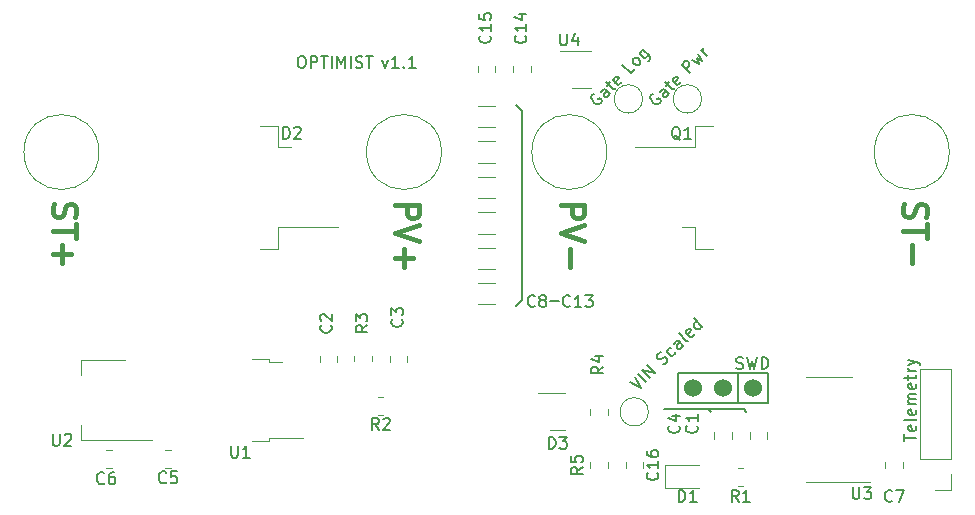
<source format=gbr>
%TF.GenerationSoftware,KiCad,Pcbnew,6.99.0-unknown-c34fb494b1~148~ubuntu20.04.1*%
%TF.CreationDate,2022-06-23T00:09:44+02:00*%
%TF.ProjectId,optimizer,6f707469-6d69-47a6-9572-2e6b69636164,rev?*%
%TF.SameCoordinates,Original*%
%TF.FileFunction,Legend,Top*%
%TF.FilePolarity,Positive*%
%FSLAX46Y46*%
G04 Gerber Fmt 4.6, Leading zero omitted, Abs format (unit mm)*
G04 Created by KiCad (PCBNEW 6.99.0-unknown-c34fb494b1~148~ubuntu20.04.1) date 2022-06-23 00:09:44*
%MOMM*%
%LPD*%
G01*
G04 APERTURE LIST*
%ADD10C,0.150000*%
%ADD11C,0.400000*%
%ADD12C,0.120000*%
%ADD13C,1.524000*%
G04 APERTURE END LIST*
D10*
X161375000Y-127650000D02*
X162125000Y-127650000D01*
X171000000Y-136750000D02*
X177750000Y-136750000D01*
X158500000Y-111000000D02*
X159000000Y-111500000D01*
X177750000Y-136750000D02*
X178000000Y-137000000D01*
X159000000Y-127500000D02*
X159000000Y-111500000D01*
X158500000Y-128000000D02*
X159000000Y-127500000D01*
X174750000Y-136750000D02*
X175000000Y-137000000D01*
X140247619Y-106867380D02*
X140438095Y-106867380D01*
X140438095Y-106867380D02*
X140533333Y-106915000D01*
X140533333Y-106915000D02*
X140628571Y-107010238D01*
X140628571Y-107010238D02*
X140676190Y-107200714D01*
X140676190Y-107200714D02*
X140676190Y-107534047D01*
X140676190Y-107534047D02*
X140628571Y-107724523D01*
X140628571Y-107724523D02*
X140533333Y-107819761D01*
X140533333Y-107819761D02*
X140438095Y-107867380D01*
X140438095Y-107867380D02*
X140247619Y-107867380D01*
X140247619Y-107867380D02*
X140152381Y-107819761D01*
X140152381Y-107819761D02*
X140057143Y-107724523D01*
X140057143Y-107724523D02*
X140009524Y-107534047D01*
X140009524Y-107534047D02*
X140009524Y-107200714D01*
X140009524Y-107200714D02*
X140057143Y-107010238D01*
X140057143Y-107010238D02*
X140152381Y-106915000D01*
X140152381Y-106915000D02*
X140247619Y-106867380D01*
X141104762Y-107867380D02*
X141104762Y-106867380D01*
X141104762Y-106867380D02*
X141485714Y-106867380D01*
X141485714Y-106867380D02*
X141580952Y-106915000D01*
X141580952Y-106915000D02*
X141628571Y-106962619D01*
X141628571Y-106962619D02*
X141676190Y-107057857D01*
X141676190Y-107057857D02*
X141676190Y-107200714D01*
X141676190Y-107200714D02*
X141628571Y-107295952D01*
X141628571Y-107295952D02*
X141580952Y-107343571D01*
X141580952Y-107343571D02*
X141485714Y-107391190D01*
X141485714Y-107391190D02*
X141104762Y-107391190D01*
X141961905Y-106867380D02*
X142533333Y-106867380D01*
X142247619Y-107867380D02*
X142247619Y-106867380D01*
X142866667Y-107867380D02*
X142866667Y-106867380D01*
X143342857Y-107867380D02*
X143342857Y-106867380D01*
X143342857Y-106867380D02*
X143676190Y-107581666D01*
X143676190Y-107581666D02*
X144009523Y-106867380D01*
X144009523Y-106867380D02*
X144009523Y-107867380D01*
X144485714Y-107867380D02*
X144485714Y-106867380D01*
X144914285Y-107819761D02*
X145057142Y-107867380D01*
X145057142Y-107867380D02*
X145295237Y-107867380D01*
X145295237Y-107867380D02*
X145390475Y-107819761D01*
X145390475Y-107819761D02*
X145438094Y-107772142D01*
X145438094Y-107772142D02*
X145485713Y-107676904D01*
X145485713Y-107676904D02*
X145485713Y-107581666D01*
X145485713Y-107581666D02*
X145438094Y-107486428D01*
X145438094Y-107486428D02*
X145390475Y-107438809D01*
X145390475Y-107438809D02*
X145295237Y-107391190D01*
X145295237Y-107391190D02*
X145104761Y-107343571D01*
X145104761Y-107343571D02*
X145009523Y-107295952D01*
X145009523Y-107295952D02*
X144961904Y-107248333D01*
X144961904Y-107248333D02*
X144914285Y-107153095D01*
X144914285Y-107153095D02*
X144914285Y-107057857D01*
X144914285Y-107057857D02*
X144961904Y-106962619D01*
X144961904Y-106962619D02*
X145009523Y-106915000D01*
X145009523Y-106915000D02*
X145104761Y-106867380D01*
X145104761Y-106867380D02*
X145342856Y-106867380D01*
X145342856Y-106867380D02*
X145485713Y-106915000D01*
X145771428Y-106867380D02*
X146342856Y-106867380D01*
X146057142Y-107867380D02*
X146057142Y-106867380D01*
X147180952Y-107200714D02*
X147419047Y-107867380D01*
X147419047Y-107867380D02*
X147657142Y-107200714D01*
X148561904Y-107867380D02*
X147990476Y-107867380D01*
X148276190Y-107867380D02*
X148276190Y-106867380D01*
X148276190Y-106867380D02*
X148180952Y-107010238D01*
X148180952Y-107010238D02*
X148085714Y-107105476D01*
X148085714Y-107105476D02*
X147990476Y-107153095D01*
X148990476Y-107772142D02*
X149038095Y-107819761D01*
X149038095Y-107819761D02*
X148990476Y-107867380D01*
X148990476Y-107867380D02*
X148942857Y-107819761D01*
X148942857Y-107819761D02*
X148990476Y-107772142D01*
X148990476Y-107772142D02*
X148990476Y-107867380D01*
X149990475Y-107867380D02*
X149419047Y-107867380D01*
X149704761Y-107867380D02*
X149704761Y-106867380D01*
X149704761Y-106867380D02*
X149609523Y-107010238D01*
X149609523Y-107010238D02*
X149514285Y-107105476D01*
X149514285Y-107105476D02*
X149419047Y-107153095D01*
%TO.C,U4*%
X162238095Y-104967380D02*
X162238095Y-105776904D01*
X162238095Y-105776904D02*
X162285714Y-105872142D01*
X162285714Y-105872142D02*
X162333333Y-105919761D01*
X162333333Y-105919761D02*
X162428571Y-105967380D01*
X162428571Y-105967380D02*
X162619047Y-105967380D01*
X162619047Y-105967380D02*
X162714285Y-105919761D01*
X162714285Y-105919761D02*
X162761904Y-105872142D01*
X162761904Y-105872142D02*
X162809523Y-105776904D01*
X162809523Y-105776904D02*
X162809523Y-104967380D01*
X163714285Y-105300714D02*
X163714285Y-105967380D01*
X163476190Y-104919761D02*
X163238095Y-105634047D01*
X163238095Y-105634047D02*
X163857142Y-105634047D01*
%TO.C,C8*%
X160083333Y-128022142D02*
X160035714Y-128069761D01*
X160035714Y-128069761D02*
X159892857Y-128117380D01*
X159892857Y-128117380D02*
X159797619Y-128117380D01*
X159797619Y-128117380D02*
X159654762Y-128069761D01*
X159654762Y-128069761D02*
X159559524Y-127974523D01*
X159559524Y-127974523D02*
X159511905Y-127879285D01*
X159511905Y-127879285D02*
X159464286Y-127688809D01*
X159464286Y-127688809D02*
X159464286Y-127545952D01*
X159464286Y-127545952D02*
X159511905Y-127355476D01*
X159511905Y-127355476D02*
X159559524Y-127260238D01*
X159559524Y-127260238D02*
X159654762Y-127165000D01*
X159654762Y-127165000D02*
X159797619Y-127117380D01*
X159797619Y-127117380D02*
X159892857Y-127117380D01*
X159892857Y-127117380D02*
X160035714Y-127165000D01*
X160035714Y-127165000D02*
X160083333Y-127212619D01*
X160654762Y-127545952D02*
X160559524Y-127498333D01*
X160559524Y-127498333D02*
X160511905Y-127450714D01*
X160511905Y-127450714D02*
X160464286Y-127355476D01*
X160464286Y-127355476D02*
X160464286Y-127307857D01*
X160464286Y-127307857D02*
X160511905Y-127212619D01*
X160511905Y-127212619D02*
X160559524Y-127165000D01*
X160559524Y-127165000D02*
X160654762Y-127117380D01*
X160654762Y-127117380D02*
X160845238Y-127117380D01*
X160845238Y-127117380D02*
X160940476Y-127165000D01*
X160940476Y-127165000D02*
X160988095Y-127212619D01*
X160988095Y-127212619D02*
X161035714Y-127307857D01*
X161035714Y-127307857D02*
X161035714Y-127355476D01*
X161035714Y-127355476D02*
X160988095Y-127450714D01*
X160988095Y-127450714D02*
X160940476Y-127498333D01*
X160940476Y-127498333D02*
X160845238Y-127545952D01*
X160845238Y-127545952D02*
X160654762Y-127545952D01*
X160654762Y-127545952D02*
X160559524Y-127593571D01*
X160559524Y-127593571D02*
X160511905Y-127641190D01*
X160511905Y-127641190D02*
X160464286Y-127736428D01*
X160464286Y-127736428D02*
X160464286Y-127926904D01*
X160464286Y-127926904D02*
X160511905Y-128022142D01*
X160511905Y-128022142D02*
X160559524Y-128069761D01*
X160559524Y-128069761D02*
X160654762Y-128117380D01*
X160654762Y-128117380D02*
X160845238Y-128117380D01*
X160845238Y-128117380D02*
X160940476Y-128069761D01*
X160940476Y-128069761D02*
X160988095Y-128022142D01*
X160988095Y-128022142D02*
X161035714Y-127926904D01*
X161035714Y-127926904D02*
X161035714Y-127736428D01*
X161035714Y-127736428D02*
X160988095Y-127641190D01*
X160988095Y-127641190D02*
X160940476Y-127593571D01*
X160940476Y-127593571D02*
X160845238Y-127545952D01*
%TO.C,C1*%
X173772142Y-138166666D02*
X173819761Y-138214285D01*
X173819761Y-138214285D02*
X173867380Y-138357142D01*
X173867380Y-138357142D02*
X173867380Y-138452380D01*
X173867380Y-138452380D02*
X173819761Y-138595237D01*
X173819761Y-138595237D02*
X173724523Y-138690475D01*
X173724523Y-138690475D02*
X173629285Y-138738094D01*
X173629285Y-138738094D02*
X173438809Y-138785713D01*
X173438809Y-138785713D02*
X173295952Y-138785713D01*
X173295952Y-138785713D02*
X173105476Y-138738094D01*
X173105476Y-138738094D02*
X173010238Y-138690475D01*
X173010238Y-138690475D02*
X172915000Y-138595237D01*
X172915000Y-138595237D02*
X172867380Y-138452380D01*
X172867380Y-138452380D02*
X172867380Y-138357142D01*
X172867380Y-138357142D02*
X172915000Y-138214285D01*
X172915000Y-138214285D02*
X172962619Y-138166666D01*
X173867380Y-137214285D02*
X173867380Y-137785713D01*
X173867380Y-137499999D02*
X172867380Y-137499999D01*
X172867380Y-137499999D02*
X173010238Y-137595237D01*
X173010238Y-137595237D02*
X173105476Y-137690475D01*
X173105476Y-137690475D02*
X173153095Y-137785713D01*
%TO.C,R3*%
X145904880Y-129666666D02*
X145428690Y-129999999D01*
X145904880Y-130238094D02*
X144904880Y-130238094D01*
X144904880Y-130238094D02*
X144904880Y-129857142D01*
X144904880Y-129857142D02*
X144952500Y-129761904D01*
X144952500Y-129761904D02*
X145000119Y-129714285D01*
X145000119Y-129714285D02*
X145095357Y-129666666D01*
X145095357Y-129666666D02*
X145238214Y-129666666D01*
X145238214Y-129666666D02*
X145333452Y-129714285D01*
X145333452Y-129714285D02*
X145381071Y-129761904D01*
X145381071Y-129761904D02*
X145428690Y-129857142D01*
X145428690Y-129857142D02*
X145428690Y-130238094D01*
X144904880Y-129333332D02*
X144904880Y-128714285D01*
X144904880Y-128714285D02*
X145285833Y-129047618D01*
X145285833Y-129047618D02*
X145285833Y-128904761D01*
X145285833Y-128904761D02*
X145333452Y-128809523D01*
X145333452Y-128809523D02*
X145381071Y-128761904D01*
X145381071Y-128761904D02*
X145476309Y-128714285D01*
X145476309Y-128714285D02*
X145714404Y-128714285D01*
X145714404Y-128714285D02*
X145809642Y-128761904D01*
X145809642Y-128761904D02*
X145857261Y-128809523D01*
X145857261Y-128809523D02*
X145904880Y-128904761D01*
X145904880Y-128904761D02*
X145904880Y-129190475D01*
X145904880Y-129190475D02*
X145857261Y-129285713D01*
X145857261Y-129285713D02*
X145809642Y-129333332D01*
%TO.C,C3*%
X148809642Y-129166666D02*
X148857261Y-129214285D01*
X148857261Y-129214285D02*
X148904880Y-129357142D01*
X148904880Y-129357142D02*
X148904880Y-129452380D01*
X148904880Y-129452380D02*
X148857261Y-129595237D01*
X148857261Y-129595237D02*
X148762023Y-129690475D01*
X148762023Y-129690475D02*
X148666785Y-129738094D01*
X148666785Y-129738094D02*
X148476309Y-129785713D01*
X148476309Y-129785713D02*
X148333452Y-129785713D01*
X148333452Y-129785713D02*
X148142976Y-129738094D01*
X148142976Y-129738094D02*
X148047738Y-129690475D01*
X148047738Y-129690475D02*
X147952500Y-129595237D01*
X147952500Y-129595237D02*
X147904880Y-129452380D01*
X147904880Y-129452380D02*
X147904880Y-129357142D01*
X147904880Y-129357142D02*
X147952500Y-129214285D01*
X147952500Y-129214285D02*
X148000119Y-129166666D01*
X147904880Y-128833332D02*
X147904880Y-128214285D01*
X147904880Y-128214285D02*
X148285833Y-128547618D01*
X148285833Y-128547618D02*
X148285833Y-128404761D01*
X148285833Y-128404761D02*
X148333452Y-128309523D01*
X148333452Y-128309523D02*
X148381071Y-128261904D01*
X148381071Y-128261904D02*
X148476309Y-128214285D01*
X148476309Y-128214285D02*
X148714404Y-128214285D01*
X148714404Y-128214285D02*
X148809642Y-128261904D01*
X148809642Y-128261904D02*
X148857261Y-128309523D01*
X148857261Y-128309523D02*
X148904880Y-128404761D01*
X148904880Y-128404761D02*
X148904880Y-128690475D01*
X148904880Y-128690475D02*
X148857261Y-128785713D01*
X148857261Y-128785713D02*
X148809642Y-128833332D01*
%TO.C,C4*%
X172272142Y-138166666D02*
X172319761Y-138214285D01*
X172319761Y-138214285D02*
X172367380Y-138357142D01*
X172367380Y-138357142D02*
X172367380Y-138452380D01*
X172367380Y-138452380D02*
X172319761Y-138595237D01*
X172319761Y-138595237D02*
X172224523Y-138690475D01*
X172224523Y-138690475D02*
X172129285Y-138738094D01*
X172129285Y-138738094D02*
X171938809Y-138785713D01*
X171938809Y-138785713D02*
X171795952Y-138785713D01*
X171795952Y-138785713D02*
X171605476Y-138738094D01*
X171605476Y-138738094D02*
X171510238Y-138690475D01*
X171510238Y-138690475D02*
X171415000Y-138595237D01*
X171415000Y-138595237D02*
X171367380Y-138452380D01*
X171367380Y-138452380D02*
X171367380Y-138357142D01*
X171367380Y-138357142D02*
X171415000Y-138214285D01*
X171415000Y-138214285D02*
X171462619Y-138166666D01*
X171700714Y-137309523D02*
X172367380Y-137309523D01*
X171319761Y-137547618D02*
X172034047Y-137785713D01*
X172034047Y-137785713D02*
X172034047Y-137166666D01*
%TO.C,D2*%
X138761905Y-113867380D02*
X138761905Y-112867380D01*
X138761905Y-112867380D02*
X139000000Y-112867380D01*
X139000000Y-112867380D02*
X139142857Y-112915000D01*
X139142857Y-112915000D02*
X139238095Y-113010238D01*
X139238095Y-113010238D02*
X139285714Y-113105476D01*
X139285714Y-113105476D02*
X139333333Y-113295952D01*
X139333333Y-113295952D02*
X139333333Y-113438809D01*
X139333333Y-113438809D02*
X139285714Y-113629285D01*
X139285714Y-113629285D02*
X139238095Y-113724523D01*
X139238095Y-113724523D02*
X139142857Y-113819761D01*
X139142857Y-113819761D02*
X139000000Y-113867380D01*
X139000000Y-113867380D02*
X138761905Y-113867380D01*
X139714286Y-112962619D02*
X139761905Y-112915000D01*
X139761905Y-112915000D02*
X139857143Y-112867380D01*
X139857143Y-112867380D02*
X140095238Y-112867380D01*
X140095238Y-112867380D02*
X140190476Y-112915000D01*
X140190476Y-112915000D02*
X140238095Y-112962619D01*
X140238095Y-112962619D02*
X140285714Y-113057857D01*
X140285714Y-113057857D02*
X140285714Y-113153095D01*
X140285714Y-113153095D02*
X140238095Y-113295952D01*
X140238095Y-113295952D02*
X139666667Y-113867380D01*
X139666667Y-113867380D02*
X140285714Y-113867380D01*
%TO.C,R2*%
X146870833Y-138517380D02*
X146537500Y-138041190D01*
X146299405Y-138517380D02*
X146299405Y-137517380D01*
X146299405Y-137517380D02*
X146680357Y-137517380D01*
X146680357Y-137517380D02*
X146775595Y-137565000D01*
X146775595Y-137565000D02*
X146823214Y-137612619D01*
X146823214Y-137612619D02*
X146870833Y-137707857D01*
X146870833Y-137707857D02*
X146870833Y-137850714D01*
X146870833Y-137850714D02*
X146823214Y-137945952D01*
X146823214Y-137945952D02*
X146775595Y-137993571D01*
X146775595Y-137993571D02*
X146680357Y-138041190D01*
X146680357Y-138041190D02*
X146299405Y-138041190D01*
X147251786Y-137612619D02*
X147299405Y-137565000D01*
X147299405Y-137565000D02*
X147394643Y-137517380D01*
X147394643Y-137517380D02*
X147632738Y-137517380D01*
X147632738Y-137517380D02*
X147727976Y-137565000D01*
X147727976Y-137565000D02*
X147775595Y-137612619D01*
X147775595Y-137612619D02*
X147823214Y-137707857D01*
X147823214Y-137707857D02*
X147823214Y-137803095D01*
X147823214Y-137803095D02*
X147775595Y-137945952D01*
X147775595Y-137945952D02*
X147204167Y-138517380D01*
X147204167Y-138517380D02*
X147823214Y-138517380D01*
%TO.C,C7*%
X190333333Y-144522142D02*
X190285714Y-144569761D01*
X190285714Y-144569761D02*
X190142857Y-144617380D01*
X190142857Y-144617380D02*
X190047619Y-144617380D01*
X190047619Y-144617380D02*
X189904762Y-144569761D01*
X189904762Y-144569761D02*
X189809524Y-144474523D01*
X189809524Y-144474523D02*
X189761905Y-144379285D01*
X189761905Y-144379285D02*
X189714286Y-144188809D01*
X189714286Y-144188809D02*
X189714286Y-144045952D01*
X189714286Y-144045952D02*
X189761905Y-143855476D01*
X189761905Y-143855476D02*
X189809524Y-143760238D01*
X189809524Y-143760238D02*
X189904762Y-143665000D01*
X189904762Y-143665000D02*
X190047619Y-143617380D01*
X190047619Y-143617380D02*
X190142857Y-143617380D01*
X190142857Y-143617380D02*
X190285714Y-143665000D01*
X190285714Y-143665000D02*
X190333333Y-143712619D01*
X190666667Y-143617380D02*
X191333333Y-143617380D01*
X191333333Y-143617380D02*
X190904762Y-144617380D01*
%TO.C,R1*%
X177333333Y-144617380D02*
X177000000Y-144141190D01*
X176761905Y-144617380D02*
X176761905Y-143617380D01*
X176761905Y-143617380D02*
X177142857Y-143617380D01*
X177142857Y-143617380D02*
X177238095Y-143665000D01*
X177238095Y-143665000D02*
X177285714Y-143712619D01*
X177285714Y-143712619D02*
X177333333Y-143807857D01*
X177333333Y-143807857D02*
X177333333Y-143950714D01*
X177333333Y-143950714D02*
X177285714Y-144045952D01*
X177285714Y-144045952D02*
X177238095Y-144093571D01*
X177238095Y-144093571D02*
X177142857Y-144141190D01*
X177142857Y-144141190D02*
X176761905Y-144141190D01*
X178285714Y-144617380D02*
X177714286Y-144617380D01*
X178000000Y-144617380D02*
X178000000Y-143617380D01*
X178000000Y-143617380D02*
X177904762Y-143760238D01*
X177904762Y-143760238D02*
X177809524Y-143855476D01*
X177809524Y-143855476D02*
X177714286Y-143903095D01*
D11*
%TO.C,J2*%
X119360476Y-119380952D02*
X119265238Y-119666666D01*
X119265238Y-119666666D02*
X119265238Y-120142857D01*
X119265238Y-120142857D02*
X119360476Y-120333333D01*
X119360476Y-120333333D02*
X119455714Y-120428571D01*
X119455714Y-120428571D02*
X119646190Y-120523809D01*
X119646190Y-120523809D02*
X119836666Y-120523809D01*
X119836666Y-120523809D02*
X120027142Y-120428571D01*
X120027142Y-120428571D02*
X120122380Y-120333333D01*
X120122380Y-120333333D02*
X120217619Y-120142857D01*
X120217619Y-120142857D02*
X120312857Y-119761904D01*
X120312857Y-119761904D02*
X120408095Y-119571428D01*
X120408095Y-119571428D02*
X120503333Y-119476190D01*
X120503333Y-119476190D02*
X120693809Y-119380952D01*
X120693809Y-119380952D02*
X120884285Y-119380952D01*
X120884285Y-119380952D02*
X121074761Y-119476190D01*
X121074761Y-119476190D02*
X121170000Y-119571428D01*
X121170000Y-119571428D02*
X121265238Y-119761904D01*
X121265238Y-119761904D02*
X121265238Y-120238095D01*
X121265238Y-120238095D02*
X121170000Y-120523809D01*
X121265238Y-121095238D02*
X121265238Y-122238095D01*
X119265238Y-121666666D02*
X121265238Y-121666666D01*
X120027142Y-122904762D02*
X120027142Y-124428572D01*
X119265238Y-123666667D02*
X120789047Y-123666667D01*
D10*
%TO.C,C16*%
X170452142Y-142142857D02*
X170499761Y-142190476D01*
X170499761Y-142190476D02*
X170547380Y-142333333D01*
X170547380Y-142333333D02*
X170547380Y-142428571D01*
X170547380Y-142428571D02*
X170499761Y-142571428D01*
X170499761Y-142571428D02*
X170404523Y-142666666D01*
X170404523Y-142666666D02*
X170309285Y-142714285D01*
X170309285Y-142714285D02*
X170118809Y-142761904D01*
X170118809Y-142761904D02*
X169975952Y-142761904D01*
X169975952Y-142761904D02*
X169785476Y-142714285D01*
X169785476Y-142714285D02*
X169690238Y-142666666D01*
X169690238Y-142666666D02*
X169595000Y-142571428D01*
X169595000Y-142571428D02*
X169547380Y-142428571D01*
X169547380Y-142428571D02*
X169547380Y-142333333D01*
X169547380Y-142333333D02*
X169595000Y-142190476D01*
X169595000Y-142190476D02*
X169642619Y-142142857D01*
X170547380Y-141190476D02*
X170547380Y-141761904D01*
X170547380Y-141476190D02*
X169547380Y-141476190D01*
X169547380Y-141476190D02*
X169690238Y-141571428D01*
X169690238Y-141571428D02*
X169785476Y-141666666D01*
X169785476Y-141666666D02*
X169833095Y-141761904D01*
X169547380Y-140333333D02*
X169547380Y-140523809D01*
X169547380Y-140523809D02*
X169595000Y-140619047D01*
X169595000Y-140619047D02*
X169642619Y-140666666D01*
X169642619Y-140666666D02*
X169785476Y-140761904D01*
X169785476Y-140761904D02*
X169975952Y-140809523D01*
X169975952Y-140809523D02*
X170356904Y-140809523D01*
X170356904Y-140809523D02*
X170452142Y-140761904D01*
X170452142Y-140761904D02*
X170499761Y-140714285D01*
X170499761Y-140714285D02*
X170547380Y-140619047D01*
X170547380Y-140619047D02*
X170547380Y-140428571D01*
X170547380Y-140428571D02*
X170499761Y-140333333D01*
X170499761Y-140333333D02*
X170452142Y-140285714D01*
X170452142Y-140285714D02*
X170356904Y-140238095D01*
X170356904Y-140238095D02*
X170118809Y-140238095D01*
X170118809Y-140238095D02*
X170023571Y-140285714D01*
X170023571Y-140285714D02*
X169975952Y-140333333D01*
X169975952Y-140333333D02*
X169928333Y-140428571D01*
X169928333Y-140428571D02*
X169928333Y-140619047D01*
X169928333Y-140619047D02*
X169975952Y-140714285D01*
X169975952Y-140714285D02*
X170023571Y-140761904D01*
X170023571Y-140761904D02*
X170118809Y-140809523D01*
%TO.C,D1*%
X172261905Y-144617380D02*
X172261905Y-143617380D01*
X172261905Y-143617380D02*
X172500000Y-143617380D01*
X172500000Y-143617380D02*
X172642857Y-143665000D01*
X172642857Y-143665000D02*
X172738095Y-143760238D01*
X172738095Y-143760238D02*
X172785714Y-143855476D01*
X172785714Y-143855476D02*
X172833333Y-144045952D01*
X172833333Y-144045952D02*
X172833333Y-144188809D01*
X172833333Y-144188809D02*
X172785714Y-144379285D01*
X172785714Y-144379285D02*
X172738095Y-144474523D01*
X172738095Y-144474523D02*
X172642857Y-144569761D01*
X172642857Y-144569761D02*
X172500000Y-144617380D01*
X172500000Y-144617380D02*
X172261905Y-144617380D01*
X173785714Y-144617380D02*
X173214286Y-144617380D01*
X173500000Y-144617380D02*
X173500000Y-143617380D01*
X173500000Y-143617380D02*
X173404762Y-143760238D01*
X173404762Y-143760238D02*
X173309524Y-143855476D01*
X173309524Y-143855476D02*
X173214286Y-143903095D01*
%TO.C,X1*%
X177142857Y-133319761D02*
X177285714Y-133367380D01*
X177285714Y-133367380D02*
X177523809Y-133367380D01*
X177523809Y-133367380D02*
X177619047Y-133319761D01*
X177619047Y-133319761D02*
X177666666Y-133272142D01*
X177666666Y-133272142D02*
X177714285Y-133176904D01*
X177714285Y-133176904D02*
X177714285Y-133081666D01*
X177714285Y-133081666D02*
X177666666Y-132986428D01*
X177666666Y-132986428D02*
X177619047Y-132938809D01*
X177619047Y-132938809D02*
X177523809Y-132891190D01*
X177523809Y-132891190D02*
X177333333Y-132843571D01*
X177333333Y-132843571D02*
X177238095Y-132795952D01*
X177238095Y-132795952D02*
X177190476Y-132748333D01*
X177190476Y-132748333D02*
X177142857Y-132653095D01*
X177142857Y-132653095D02*
X177142857Y-132557857D01*
X177142857Y-132557857D02*
X177190476Y-132462619D01*
X177190476Y-132462619D02*
X177238095Y-132415000D01*
X177238095Y-132415000D02*
X177333333Y-132367380D01*
X177333333Y-132367380D02*
X177571428Y-132367380D01*
X177571428Y-132367380D02*
X177714285Y-132415000D01*
X178047619Y-132367380D02*
X178285714Y-133367380D01*
X178285714Y-133367380D02*
X178476190Y-132653095D01*
X178476190Y-132653095D02*
X178666666Y-133367380D01*
X178666666Y-133367380D02*
X178904762Y-132367380D01*
X179285714Y-133367380D02*
X179285714Y-132367380D01*
X179285714Y-132367380D02*
X179523809Y-132367380D01*
X179523809Y-132367380D02*
X179666666Y-132415000D01*
X179666666Y-132415000D02*
X179761904Y-132510238D01*
X179761904Y-132510238D02*
X179809523Y-132605476D01*
X179809523Y-132605476D02*
X179857142Y-132795952D01*
X179857142Y-132795952D02*
X179857142Y-132938809D01*
X179857142Y-132938809D02*
X179809523Y-133129285D01*
X179809523Y-133129285D02*
X179761904Y-133224523D01*
X179761904Y-133224523D02*
X179666666Y-133319761D01*
X179666666Y-133319761D02*
X179523809Y-133367380D01*
X179523809Y-133367380D02*
X179285714Y-133367380D01*
%TO.C,C6*%
X123620833Y-143022142D02*
X123573214Y-143069761D01*
X123573214Y-143069761D02*
X123430357Y-143117380D01*
X123430357Y-143117380D02*
X123335119Y-143117380D01*
X123335119Y-143117380D02*
X123192262Y-143069761D01*
X123192262Y-143069761D02*
X123097024Y-142974523D01*
X123097024Y-142974523D02*
X123049405Y-142879285D01*
X123049405Y-142879285D02*
X123001786Y-142688809D01*
X123001786Y-142688809D02*
X123001786Y-142545952D01*
X123001786Y-142545952D02*
X123049405Y-142355476D01*
X123049405Y-142355476D02*
X123097024Y-142260238D01*
X123097024Y-142260238D02*
X123192262Y-142165000D01*
X123192262Y-142165000D02*
X123335119Y-142117380D01*
X123335119Y-142117380D02*
X123430357Y-142117380D01*
X123430357Y-142117380D02*
X123573214Y-142165000D01*
X123573214Y-142165000D02*
X123620833Y-142212619D01*
X124477976Y-142117380D02*
X124287500Y-142117380D01*
X124287500Y-142117380D02*
X124192262Y-142165000D01*
X124192262Y-142165000D02*
X124144643Y-142212619D01*
X124144643Y-142212619D02*
X124049405Y-142355476D01*
X124049405Y-142355476D02*
X124001786Y-142545952D01*
X124001786Y-142545952D02*
X124001786Y-142926904D01*
X124001786Y-142926904D02*
X124049405Y-143022142D01*
X124049405Y-143022142D02*
X124097024Y-143069761D01*
X124097024Y-143069761D02*
X124192262Y-143117380D01*
X124192262Y-143117380D02*
X124382738Y-143117380D01*
X124382738Y-143117380D02*
X124477976Y-143069761D01*
X124477976Y-143069761D02*
X124525595Y-143022142D01*
X124525595Y-143022142D02*
X124573214Y-142926904D01*
X124573214Y-142926904D02*
X124573214Y-142688809D01*
X124573214Y-142688809D02*
X124525595Y-142593571D01*
X124525595Y-142593571D02*
X124477976Y-142545952D01*
X124477976Y-142545952D02*
X124382738Y-142498333D01*
X124382738Y-142498333D02*
X124192262Y-142498333D01*
X124192262Y-142498333D02*
X124097024Y-142545952D01*
X124097024Y-142545952D02*
X124049405Y-142593571D01*
X124049405Y-142593571D02*
X124001786Y-142688809D01*
%TO.C,U1*%
X134375595Y-139867380D02*
X134375595Y-140676904D01*
X134375595Y-140676904D02*
X134423214Y-140772142D01*
X134423214Y-140772142D02*
X134470833Y-140819761D01*
X134470833Y-140819761D02*
X134566071Y-140867380D01*
X134566071Y-140867380D02*
X134756547Y-140867380D01*
X134756547Y-140867380D02*
X134851785Y-140819761D01*
X134851785Y-140819761D02*
X134899404Y-140772142D01*
X134899404Y-140772142D02*
X134947023Y-140676904D01*
X134947023Y-140676904D02*
X134947023Y-139867380D01*
X135947023Y-140867380D02*
X135375595Y-140867380D01*
X135661309Y-140867380D02*
X135661309Y-139867380D01*
X135661309Y-139867380D02*
X135566071Y-140010238D01*
X135566071Y-140010238D02*
X135470833Y-140105476D01*
X135470833Y-140105476D02*
X135375595Y-140153095D01*
%TO.C,C2*%
X142809642Y-129666666D02*
X142857261Y-129714285D01*
X142857261Y-129714285D02*
X142904880Y-129857142D01*
X142904880Y-129857142D02*
X142904880Y-129952380D01*
X142904880Y-129952380D02*
X142857261Y-130095237D01*
X142857261Y-130095237D02*
X142762023Y-130190475D01*
X142762023Y-130190475D02*
X142666785Y-130238094D01*
X142666785Y-130238094D02*
X142476309Y-130285713D01*
X142476309Y-130285713D02*
X142333452Y-130285713D01*
X142333452Y-130285713D02*
X142142976Y-130238094D01*
X142142976Y-130238094D02*
X142047738Y-130190475D01*
X142047738Y-130190475D02*
X141952500Y-130095237D01*
X141952500Y-130095237D02*
X141904880Y-129952380D01*
X141904880Y-129952380D02*
X141904880Y-129857142D01*
X141904880Y-129857142D02*
X141952500Y-129714285D01*
X141952500Y-129714285D02*
X142000119Y-129666666D01*
X142000119Y-129285713D02*
X141952500Y-129238094D01*
X141952500Y-129238094D02*
X141904880Y-129142856D01*
X141904880Y-129142856D02*
X141904880Y-128904761D01*
X141904880Y-128904761D02*
X141952500Y-128809523D01*
X141952500Y-128809523D02*
X142000119Y-128761904D01*
X142000119Y-128761904D02*
X142095357Y-128714285D01*
X142095357Y-128714285D02*
X142190595Y-128714285D01*
X142190595Y-128714285D02*
X142333452Y-128761904D01*
X142333452Y-128761904D02*
X142904880Y-129333332D01*
X142904880Y-129333332D02*
X142904880Y-128714285D01*
D11*
%TO.C,J1*%
X148265238Y-119476190D02*
X150265238Y-119476190D01*
X150265238Y-119476190D02*
X150265238Y-120238095D01*
X150265238Y-120238095D02*
X150170000Y-120428571D01*
X150170000Y-120428571D02*
X150074761Y-120523809D01*
X150074761Y-120523809D02*
X149884285Y-120619047D01*
X149884285Y-120619047D02*
X149598571Y-120619047D01*
X149598571Y-120619047D02*
X149408095Y-120523809D01*
X149408095Y-120523809D02*
X149312857Y-120428571D01*
X149312857Y-120428571D02*
X149217619Y-120238095D01*
X149217619Y-120238095D02*
X149217619Y-119476190D01*
X150265238Y-121190476D02*
X148265238Y-121857142D01*
X148265238Y-121857142D02*
X150265238Y-122523809D01*
X149027142Y-123190476D02*
X149027142Y-124714286D01*
X148265238Y-123952381D02*
X149789047Y-123952381D01*
D10*
%TO.C,C15*%
X156272142Y-105142857D02*
X156319761Y-105190476D01*
X156319761Y-105190476D02*
X156367380Y-105333333D01*
X156367380Y-105333333D02*
X156367380Y-105428571D01*
X156367380Y-105428571D02*
X156319761Y-105571428D01*
X156319761Y-105571428D02*
X156224523Y-105666666D01*
X156224523Y-105666666D02*
X156129285Y-105714285D01*
X156129285Y-105714285D02*
X155938809Y-105761904D01*
X155938809Y-105761904D02*
X155795952Y-105761904D01*
X155795952Y-105761904D02*
X155605476Y-105714285D01*
X155605476Y-105714285D02*
X155510238Y-105666666D01*
X155510238Y-105666666D02*
X155415000Y-105571428D01*
X155415000Y-105571428D02*
X155367380Y-105428571D01*
X155367380Y-105428571D02*
X155367380Y-105333333D01*
X155367380Y-105333333D02*
X155415000Y-105190476D01*
X155415000Y-105190476D02*
X155462619Y-105142857D01*
X156367380Y-104190476D02*
X156367380Y-104761904D01*
X156367380Y-104476190D02*
X155367380Y-104476190D01*
X155367380Y-104476190D02*
X155510238Y-104571428D01*
X155510238Y-104571428D02*
X155605476Y-104666666D01*
X155605476Y-104666666D02*
X155653095Y-104761904D01*
X155367380Y-103285714D02*
X155367380Y-103761904D01*
X155367380Y-103761904D02*
X155843571Y-103809523D01*
X155843571Y-103809523D02*
X155795952Y-103761904D01*
X155795952Y-103761904D02*
X155748333Y-103666666D01*
X155748333Y-103666666D02*
X155748333Y-103428571D01*
X155748333Y-103428571D02*
X155795952Y-103333333D01*
X155795952Y-103333333D02*
X155843571Y-103285714D01*
X155843571Y-103285714D02*
X155938809Y-103238095D01*
X155938809Y-103238095D02*
X156176904Y-103238095D01*
X156176904Y-103238095D02*
X156272142Y-103285714D01*
X156272142Y-103285714D02*
X156319761Y-103333333D01*
X156319761Y-103333333D02*
X156367380Y-103428571D01*
X156367380Y-103428571D02*
X156367380Y-103666666D01*
X156367380Y-103666666D02*
X156319761Y-103761904D01*
X156319761Y-103761904D02*
X156272142Y-103809523D01*
%TO.C,TP2*%
X170125090Y-110047594D02*
X170024075Y-110081266D01*
X170024075Y-110081266D02*
X169923060Y-110182281D01*
X169923060Y-110182281D02*
X169855716Y-110316968D01*
X169855716Y-110316968D02*
X169855716Y-110451655D01*
X169855716Y-110451655D02*
X169889388Y-110552670D01*
X169889388Y-110552670D02*
X169990403Y-110721029D01*
X169990403Y-110721029D02*
X170091418Y-110822044D01*
X170091418Y-110822044D02*
X170259777Y-110923060D01*
X170259777Y-110923060D02*
X170360792Y-110956731D01*
X170360792Y-110956731D02*
X170495479Y-110956731D01*
X170495479Y-110956731D02*
X170630166Y-110889388D01*
X170630166Y-110889388D02*
X170697510Y-110822044D01*
X170697510Y-110822044D02*
X170764853Y-110687357D01*
X170764853Y-110687357D02*
X170764853Y-110620014D01*
X170764853Y-110620014D02*
X170529151Y-110384312D01*
X170529151Y-110384312D02*
X170394464Y-110518999D01*
X171438288Y-110081266D02*
X171067899Y-109710876D01*
X171067899Y-109710876D02*
X170966884Y-109677205D01*
X170966884Y-109677205D02*
X170865869Y-109710876D01*
X170865869Y-109710876D02*
X170731182Y-109845564D01*
X170731182Y-109845564D02*
X170697510Y-109946579D01*
X171404617Y-110047594D02*
X171370945Y-110148609D01*
X171370945Y-110148609D02*
X171202586Y-110316968D01*
X171202586Y-110316968D02*
X171101571Y-110350640D01*
X171101571Y-110350640D02*
X171000556Y-110316968D01*
X171000556Y-110316968D02*
X170933212Y-110249625D01*
X170933212Y-110249625D02*
X170899540Y-110148609D01*
X170899540Y-110148609D02*
X170933212Y-110047594D01*
X170933212Y-110047594D02*
X171101571Y-109879235D01*
X171101571Y-109879235D02*
X171135243Y-109778220D01*
X171202586Y-109374159D02*
X171471960Y-109104785D01*
X171067899Y-109037441D02*
X171673991Y-109643533D01*
X171673991Y-109643533D02*
X171775006Y-109677205D01*
X171775006Y-109677205D02*
X171876021Y-109643533D01*
X171876021Y-109643533D02*
X171943365Y-109576189D01*
X172414770Y-109037441D02*
X172381098Y-109138456D01*
X172381098Y-109138456D02*
X172246411Y-109273143D01*
X172246411Y-109273143D02*
X172145396Y-109306815D01*
X172145396Y-109306815D02*
X172044380Y-109273143D01*
X172044380Y-109273143D02*
X171775006Y-109003769D01*
X171775006Y-109003769D02*
X171741334Y-108902754D01*
X171741334Y-108902754D02*
X171775006Y-108801739D01*
X171775006Y-108801739D02*
X171909693Y-108667052D01*
X171909693Y-108667052D02*
X172010709Y-108633380D01*
X172010709Y-108633380D02*
X172111724Y-108667052D01*
X172111724Y-108667052D02*
X172179067Y-108734395D01*
X172179067Y-108734395D02*
X171909693Y-109138456D01*
X173209423Y-108310131D02*
X172502316Y-107603024D01*
X172502316Y-107603024D02*
X172771690Y-107333650D01*
X172771690Y-107333650D02*
X172872705Y-107299979D01*
X172872705Y-107299979D02*
X172940049Y-107299979D01*
X172940049Y-107299979D02*
X173041064Y-107333650D01*
X173041064Y-107333650D02*
X173142079Y-107434666D01*
X173142079Y-107434666D02*
X173175751Y-107535681D01*
X173175751Y-107535681D02*
X173175751Y-107603024D01*
X173175751Y-107603024D02*
X173142079Y-107704040D01*
X173142079Y-107704040D02*
X172872705Y-107973414D01*
X173377782Y-107198963D02*
X173983873Y-107535681D01*
X173983873Y-107535681D02*
X173781843Y-107064276D01*
X173781843Y-107064276D02*
X174253247Y-107266307D01*
X174253247Y-107266307D02*
X173916530Y-106660215D01*
X174657308Y-106862246D02*
X174185904Y-106390841D01*
X174320591Y-106525528D02*
X174286919Y-106424513D01*
X174286919Y-106424513D02*
X174286919Y-106357170D01*
X174286919Y-106357170D02*
X174320591Y-106256154D01*
X174320591Y-106256154D02*
X174387934Y-106188811D01*
%TO.C,C5*%
X128870833Y-142952142D02*
X128823214Y-142999761D01*
X128823214Y-142999761D02*
X128680357Y-143047380D01*
X128680357Y-143047380D02*
X128585119Y-143047380D01*
X128585119Y-143047380D02*
X128442262Y-142999761D01*
X128442262Y-142999761D02*
X128347024Y-142904523D01*
X128347024Y-142904523D02*
X128299405Y-142809285D01*
X128299405Y-142809285D02*
X128251786Y-142618809D01*
X128251786Y-142618809D02*
X128251786Y-142475952D01*
X128251786Y-142475952D02*
X128299405Y-142285476D01*
X128299405Y-142285476D02*
X128347024Y-142190238D01*
X128347024Y-142190238D02*
X128442262Y-142095000D01*
X128442262Y-142095000D02*
X128585119Y-142047380D01*
X128585119Y-142047380D02*
X128680357Y-142047380D01*
X128680357Y-142047380D02*
X128823214Y-142095000D01*
X128823214Y-142095000D02*
X128870833Y-142142619D01*
X129775595Y-142047380D02*
X129299405Y-142047380D01*
X129299405Y-142047380D02*
X129251786Y-142523571D01*
X129251786Y-142523571D02*
X129299405Y-142475952D01*
X129299405Y-142475952D02*
X129394643Y-142428333D01*
X129394643Y-142428333D02*
X129632738Y-142428333D01*
X129632738Y-142428333D02*
X129727976Y-142475952D01*
X129727976Y-142475952D02*
X129775595Y-142523571D01*
X129775595Y-142523571D02*
X129823214Y-142618809D01*
X129823214Y-142618809D02*
X129823214Y-142856904D01*
X129823214Y-142856904D02*
X129775595Y-142952142D01*
X129775595Y-142952142D02*
X129727976Y-142999761D01*
X129727976Y-142999761D02*
X129632738Y-143047380D01*
X129632738Y-143047380D02*
X129394643Y-143047380D01*
X129394643Y-143047380D02*
X129299405Y-142999761D01*
X129299405Y-142999761D02*
X129251786Y-142952142D01*
%TO.C,D3*%
X161261905Y-140117380D02*
X161261905Y-139117380D01*
X161261905Y-139117380D02*
X161500000Y-139117380D01*
X161500000Y-139117380D02*
X161642857Y-139165000D01*
X161642857Y-139165000D02*
X161738095Y-139260238D01*
X161738095Y-139260238D02*
X161785714Y-139355476D01*
X161785714Y-139355476D02*
X161833333Y-139545952D01*
X161833333Y-139545952D02*
X161833333Y-139688809D01*
X161833333Y-139688809D02*
X161785714Y-139879285D01*
X161785714Y-139879285D02*
X161738095Y-139974523D01*
X161738095Y-139974523D02*
X161642857Y-140069761D01*
X161642857Y-140069761D02*
X161500000Y-140117380D01*
X161500000Y-140117380D02*
X161261905Y-140117380D01*
X162166667Y-139117380D02*
X162785714Y-139117380D01*
X162785714Y-139117380D02*
X162452381Y-139498333D01*
X162452381Y-139498333D02*
X162595238Y-139498333D01*
X162595238Y-139498333D02*
X162690476Y-139545952D01*
X162690476Y-139545952D02*
X162738095Y-139593571D01*
X162738095Y-139593571D02*
X162785714Y-139688809D01*
X162785714Y-139688809D02*
X162785714Y-139926904D01*
X162785714Y-139926904D02*
X162738095Y-140022142D01*
X162738095Y-140022142D02*
X162690476Y-140069761D01*
X162690476Y-140069761D02*
X162595238Y-140117380D01*
X162595238Y-140117380D02*
X162309524Y-140117380D01*
X162309524Y-140117380D02*
X162214286Y-140069761D01*
X162214286Y-140069761D02*
X162166667Y-140022142D01*
%TO.C,C13*%
X163059523Y-128022142D02*
X163011904Y-128069761D01*
X163011904Y-128069761D02*
X162869047Y-128117380D01*
X162869047Y-128117380D02*
X162773809Y-128117380D01*
X162773809Y-128117380D02*
X162630952Y-128069761D01*
X162630952Y-128069761D02*
X162535714Y-127974523D01*
X162535714Y-127974523D02*
X162488095Y-127879285D01*
X162488095Y-127879285D02*
X162440476Y-127688809D01*
X162440476Y-127688809D02*
X162440476Y-127545952D01*
X162440476Y-127545952D02*
X162488095Y-127355476D01*
X162488095Y-127355476D02*
X162535714Y-127260238D01*
X162535714Y-127260238D02*
X162630952Y-127165000D01*
X162630952Y-127165000D02*
X162773809Y-127117380D01*
X162773809Y-127117380D02*
X162869047Y-127117380D01*
X162869047Y-127117380D02*
X163011904Y-127165000D01*
X163011904Y-127165000D02*
X163059523Y-127212619D01*
X164011904Y-128117380D02*
X163440476Y-128117380D01*
X163726190Y-128117380D02*
X163726190Y-127117380D01*
X163726190Y-127117380D02*
X163630952Y-127260238D01*
X163630952Y-127260238D02*
X163535714Y-127355476D01*
X163535714Y-127355476D02*
X163440476Y-127403095D01*
X164345238Y-127117380D02*
X164964285Y-127117380D01*
X164964285Y-127117380D02*
X164630952Y-127498333D01*
X164630952Y-127498333D02*
X164773809Y-127498333D01*
X164773809Y-127498333D02*
X164869047Y-127545952D01*
X164869047Y-127545952D02*
X164916666Y-127593571D01*
X164916666Y-127593571D02*
X164964285Y-127688809D01*
X164964285Y-127688809D02*
X164964285Y-127926904D01*
X164964285Y-127926904D02*
X164916666Y-128022142D01*
X164916666Y-128022142D02*
X164869047Y-128069761D01*
X164869047Y-128069761D02*
X164773809Y-128117380D01*
X164773809Y-128117380D02*
X164488095Y-128117380D01*
X164488095Y-128117380D02*
X164392857Y-128069761D01*
X164392857Y-128069761D02*
X164345238Y-128022142D01*
%TO.C,C14*%
X159272142Y-105142857D02*
X159319761Y-105190476D01*
X159319761Y-105190476D02*
X159367380Y-105333333D01*
X159367380Y-105333333D02*
X159367380Y-105428571D01*
X159367380Y-105428571D02*
X159319761Y-105571428D01*
X159319761Y-105571428D02*
X159224523Y-105666666D01*
X159224523Y-105666666D02*
X159129285Y-105714285D01*
X159129285Y-105714285D02*
X158938809Y-105761904D01*
X158938809Y-105761904D02*
X158795952Y-105761904D01*
X158795952Y-105761904D02*
X158605476Y-105714285D01*
X158605476Y-105714285D02*
X158510238Y-105666666D01*
X158510238Y-105666666D02*
X158415000Y-105571428D01*
X158415000Y-105571428D02*
X158367380Y-105428571D01*
X158367380Y-105428571D02*
X158367380Y-105333333D01*
X158367380Y-105333333D02*
X158415000Y-105190476D01*
X158415000Y-105190476D02*
X158462619Y-105142857D01*
X159367380Y-104190476D02*
X159367380Y-104761904D01*
X159367380Y-104476190D02*
X158367380Y-104476190D01*
X158367380Y-104476190D02*
X158510238Y-104571428D01*
X158510238Y-104571428D02*
X158605476Y-104666666D01*
X158605476Y-104666666D02*
X158653095Y-104761904D01*
X158700714Y-103333333D02*
X159367380Y-103333333D01*
X158319761Y-103571428D02*
X159034047Y-103809523D01*
X159034047Y-103809523D02*
X159034047Y-103190476D01*
%TO.C,TP3*%
X168120014Y-134485327D02*
X169062823Y-134956731D01*
X169062823Y-134956731D02*
X168591418Y-134013922D01*
X169534227Y-134485327D02*
X168827121Y-133778220D01*
X169870945Y-134148609D02*
X169163838Y-133441503D01*
X169163838Y-133441503D02*
X170275006Y-133744548D01*
X170275006Y-133744548D02*
X169567899Y-133037442D01*
X170968644Y-132983567D02*
X171103331Y-132916223D01*
X171103331Y-132916223D02*
X171271689Y-132747865D01*
X171271689Y-132747865D02*
X171305361Y-132646849D01*
X171305361Y-132646849D02*
X171305361Y-132579506D01*
X171305361Y-132579506D02*
X171271689Y-132478491D01*
X171271689Y-132478491D02*
X171204346Y-132411147D01*
X171204346Y-132411147D02*
X171103331Y-132377475D01*
X171103331Y-132377475D02*
X171035987Y-132377475D01*
X171035987Y-132377475D02*
X170934972Y-132411147D01*
X170934972Y-132411147D02*
X170766613Y-132512162D01*
X170766613Y-132512162D02*
X170665598Y-132545834D01*
X170665598Y-132545834D02*
X170598254Y-132545834D01*
X170598254Y-132545834D02*
X170497239Y-132512162D01*
X170497239Y-132512162D02*
X170429896Y-132444819D01*
X170429896Y-132444819D02*
X170396224Y-132343804D01*
X170396224Y-132343804D02*
X170396224Y-132276460D01*
X170396224Y-132276460D02*
X170429896Y-132175445D01*
X170429896Y-132175445D02*
X170598254Y-132007086D01*
X170598254Y-132007086D02*
X170732941Y-131939743D01*
X171978796Y-131973414D02*
X171945125Y-132074430D01*
X171945125Y-132074430D02*
X171810438Y-132209117D01*
X171810438Y-132209117D02*
X171709422Y-132242788D01*
X171709422Y-132242788D02*
X171642079Y-132242788D01*
X171642079Y-132242788D02*
X171541063Y-132209117D01*
X171541063Y-132209117D02*
X171339033Y-132007086D01*
X171339033Y-132007086D02*
X171305361Y-131906071D01*
X171305361Y-131906071D02*
X171305361Y-131838727D01*
X171305361Y-131838727D02*
X171339033Y-131737712D01*
X171339033Y-131737712D02*
X171473720Y-131603025D01*
X171473720Y-131603025D02*
X171574735Y-131569353D01*
X172618560Y-131400994D02*
X172248170Y-131030605D01*
X172248170Y-131030605D02*
X172147155Y-130996933D01*
X172147155Y-130996933D02*
X172046140Y-131030605D01*
X172046140Y-131030605D02*
X171911453Y-131165292D01*
X171911453Y-131165292D02*
X171877781Y-131266307D01*
X172584888Y-131367323D02*
X172551216Y-131468338D01*
X172551216Y-131468338D02*
X172382857Y-131636697D01*
X172382857Y-131636697D02*
X172281842Y-131670368D01*
X172281842Y-131670368D02*
X172180827Y-131636697D01*
X172180827Y-131636697D02*
X172113483Y-131569353D01*
X172113483Y-131569353D02*
X172079812Y-131468338D01*
X172079812Y-131468338D02*
X172113483Y-131367323D01*
X172113483Y-131367323D02*
X172281842Y-131198964D01*
X172281842Y-131198964D02*
X172315514Y-131097949D01*
X173056292Y-130963262D02*
X172955277Y-130996933D01*
X172955277Y-130996933D02*
X172854262Y-130963262D01*
X172854262Y-130963262D02*
X172248170Y-130357170D01*
X173561369Y-130390842D02*
X173527697Y-130491857D01*
X173527697Y-130491857D02*
X173393010Y-130626544D01*
X173393010Y-130626544D02*
X173291995Y-130660216D01*
X173291995Y-130660216D02*
X173190980Y-130626544D01*
X173190980Y-130626544D02*
X172921606Y-130357170D01*
X172921606Y-130357170D02*
X172887934Y-130256155D01*
X172887934Y-130256155D02*
X172921606Y-130155139D01*
X172921606Y-130155139D02*
X173056293Y-130020452D01*
X173056293Y-130020452D02*
X173157308Y-129986781D01*
X173157308Y-129986781D02*
X173258323Y-130020452D01*
X173258323Y-130020452D02*
X173325667Y-130087796D01*
X173325667Y-130087796D02*
X173056293Y-130491857D01*
X174234804Y-129784750D02*
X173527697Y-129077643D01*
X174201132Y-129751078D02*
X174167461Y-129852093D01*
X174167461Y-129852093D02*
X174032774Y-129986780D01*
X174032774Y-129986780D02*
X173931758Y-130020452D01*
X173931758Y-130020452D02*
X173864415Y-130020452D01*
X173864415Y-130020452D02*
X173763400Y-129986780D01*
X173763400Y-129986780D02*
X173561369Y-129784750D01*
X173561369Y-129784750D02*
X173527697Y-129683735D01*
X173527697Y-129683735D02*
X173527697Y-129616391D01*
X173527697Y-129616391D02*
X173561369Y-129515376D01*
X173561369Y-129515376D02*
X173696056Y-129380689D01*
X173696056Y-129380689D02*
X173797071Y-129347017D01*
%TO.C,U3*%
X186988095Y-143367380D02*
X186988095Y-144176904D01*
X186988095Y-144176904D02*
X187035714Y-144272142D01*
X187035714Y-144272142D02*
X187083333Y-144319761D01*
X187083333Y-144319761D02*
X187178571Y-144367380D01*
X187178571Y-144367380D02*
X187369047Y-144367380D01*
X187369047Y-144367380D02*
X187464285Y-144319761D01*
X187464285Y-144319761D02*
X187511904Y-144272142D01*
X187511904Y-144272142D02*
X187559523Y-144176904D01*
X187559523Y-144176904D02*
X187559523Y-143367380D01*
X187940476Y-143367380D02*
X188559523Y-143367380D01*
X188559523Y-143367380D02*
X188226190Y-143748333D01*
X188226190Y-143748333D02*
X188369047Y-143748333D01*
X188369047Y-143748333D02*
X188464285Y-143795952D01*
X188464285Y-143795952D02*
X188511904Y-143843571D01*
X188511904Y-143843571D02*
X188559523Y-143938809D01*
X188559523Y-143938809D02*
X188559523Y-144176904D01*
X188559523Y-144176904D02*
X188511904Y-144272142D01*
X188511904Y-144272142D02*
X188464285Y-144319761D01*
X188464285Y-144319761D02*
X188369047Y-144367380D01*
X188369047Y-144367380D02*
X188083333Y-144367380D01*
X188083333Y-144367380D02*
X187988095Y-144319761D01*
X187988095Y-144319761D02*
X187940476Y-144272142D01*
%TO.C,Q1*%
X172404761Y-113962619D02*
X172309523Y-113915000D01*
X172309523Y-113915000D02*
X172214285Y-113819761D01*
X172214285Y-113819761D02*
X172071428Y-113676904D01*
X172071428Y-113676904D02*
X171976190Y-113629285D01*
X171976190Y-113629285D02*
X171880952Y-113629285D01*
X171928571Y-113867380D02*
X171833333Y-113819761D01*
X171833333Y-113819761D02*
X171738095Y-113724523D01*
X171738095Y-113724523D02*
X171690476Y-113534047D01*
X171690476Y-113534047D02*
X171690476Y-113200714D01*
X171690476Y-113200714D02*
X171738095Y-113010238D01*
X171738095Y-113010238D02*
X171833333Y-112915000D01*
X171833333Y-112915000D02*
X171928571Y-112867380D01*
X171928571Y-112867380D02*
X172119047Y-112867380D01*
X172119047Y-112867380D02*
X172214285Y-112915000D01*
X172214285Y-112915000D02*
X172309523Y-113010238D01*
X172309523Y-113010238D02*
X172357142Y-113200714D01*
X172357142Y-113200714D02*
X172357142Y-113534047D01*
X172357142Y-113534047D02*
X172309523Y-113724523D01*
X172309523Y-113724523D02*
X172214285Y-113819761D01*
X172214285Y-113819761D02*
X172119047Y-113867380D01*
X172119047Y-113867380D02*
X171928571Y-113867380D01*
X173309523Y-113867380D02*
X172738095Y-113867380D01*
X173023809Y-113867380D02*
X173023809Y-112867380D01*
X173023809Y-112867380D02*
X172928571Y-113010238D01*
X172928571Y-113010238D02*
X172833333Y-113105476D01*
X172833333Y-113105476D02*
X172738095Y-113153095D01*
%TO.C,U2*%
X119275595Y-138867380D02*
X119275595Y-139676904D01*
X119275595Y-139676904D02*
X119323214Y-139772142D01*
X119323214Y-139772142D02*
X119370833Y-139819761D01*
X119370833Y-139819761D02*
X119466071Y-139867380D01*
X119466071Y-139867380D02*
X119656547Y-139867380D01*
X119656547Y-139867380D02*
X119751785Y-139819761D01*
X119751785Y-139819761D02*
X119799404Y-139772142D01*
X119799404Y-139772142D02*
X119847023Y-139676904D01*
X119847023Y-139676904D02*
X119847023Y-138867380D01*
X120275595Y-138962619D02*
X120323214Y-138915000D01*
X120323214Y-138915000D02*
X120418452Y-138867380D01*
X120418452Y-138867380D02*
X120656547Y-138867380D01*
X120656547Y-138867380D02*
X120751785Y-138915000D01*
X120751785Y-138915000D02*
X120799404Y-138962619D01*
X120799404Y-138962619D02*
X120847023Y-139057857D01*
X120847023Y-139057857D02*
X120847023Y-139153095D01*
X120847023Y-139153095D02*
X120799404Y-139295952D01*
X120799404Y-139295952D02*
X120227976Y-139867380D01*
X120227976Y-139867380D02*
X120847023Y-139867380D01*
%TO.C,R5*%
X164117380Y-141666666D02*
X163641190Y-141999999D01*
X164117380Y-142238094D02*
X163117380Y-142238094D01*
X163117380Y-142238094D02*
X163117380Y-141857142D01*
X163117380Y-141857142D02*
X163165000Y-141761904D01*
X163165000Y-141761904D02*
X163212619Y-141714285D01*
X163212619Y-141714285D02*
X163307857Y-141666666D01*
X163307857Y-141666666D02*
X163450714Y-141666666D01*
X163450714Y-141666666D02*
X163545952Y-141714285D01*
X163545952Y-141714285D02*
X163593571Y-141761904D01*
X163593571Y-141761904D02*
X163641190Y-141857142D01*
X163641190Y-141857142D02*
X163641190Y-142238094D01*
X163117380Y-140761904D02*
X163117380Y-141238094D01*
X163117380Y-141238094D02*
X163593571Y-141285713D01*
X163593571Y-141285713D02*
X163545952Y-141238094D01*
X163545952Y-141238094D02*
X163498333Y-141142856D01*
X163498333Y-141142856D02*
X163498333Y-140904761D01*
X163498333Y-140904761D02*
X163545952Y-140809523D01*
X163545952Y-140809523D02*
X163593571Y-140761904D01*
X163593571Y-140761904D02*
X163688809Y-140714285D01*
X163688809Y-140714285D02*
X163926904Y-140714285D01*
X163926904Y-140714285D02*
X164022142Y-140761904D01*
X164022142Y-140761904D02*
X164069761Y-140809523D01*
X164069761Y-140809523D02*
X164117380Y-140904761D01*
X164117380Y-140904761D02*
X164117380Y-141142856D01*
X164117380Y-141142856D02*
X164069761Y-141238094D01*
X164069761Y-141238094D02*
X164022142Y-141285713D01*
D11*
%TO.C,J4*%
X191360476Y-119380952D02*
X191265238Y-119666666D01*
X191265238Y-119666666D02*
X191265238Y-120142857D01*
X191265238Y-120142857D02*
X191360476Y-120333333D01*
X191360476Y-120333333D02*
X191455714Y-120428571D01*
X191455714Y-120428571D02*
X191646190Y-120523809D01*
X191646190Y-120523809D02*
X191836666Y-120523809D01*
X191836666Y-120523809D02*
X192027142Y-120428571D01*
X192027142Y-120428571D02*
X192122380Y-120333333D01*
X192122380Y-120333333D02*
X192217619Y-120142857D01*
X192217619Y-120142857D02*
X192312857Y-119761904D01*
X192312857Y-119761904D02*
X192408095Y-119571428D01*
X192408095Y-119571428D02*
X192503333Y-119476190D01*
X192503333Y-119476190D02*
X192693809Y-119380952D01*
X192693809Y-119380952D02*
X192884285Y-119380952D01*
X192884285Y-119380952D02*
X193074761Y-119476190D01*
X193074761Y-119476190D02*
X193170000Y-119571428D01*
X193170000Y-119571428D02*
X193265238Y-119761904D01*
X193265238Y-119761904D02*
X193265238Y-120238095D01*
X193265238Y-120238095D02*
X193170000Y-120523809D01*
X193265238Y-121095238D02*
X193265238Y-122238095D01*
X191265238Y-121666666D02*
X193265238Y-121666666D01*
X192027142Y-122904762D02*
X192027142Y-124428572D01*
D10*
%TO.C,R4*%
X165867380Y-133166666D02*
X165391190Y-133499999D01*
X165867380Y-133738094D02*
X164867380Y-133738094D01*
X164867380Y-133738094D02*
X164867380Y-133357142D01*
X164867380Y-133357142D02*
X164915000Y-133261904D01*
X164915000Y-133261904D02*
X164962619Y-133214285D01*
X164962619Y-133214285D02*
X165057857Y-133166666D01*
X165057857Y-133166666D02*
X165200714Y-133166666D01*
X165200714Y-133166666D02*
X165295952Y-133214285D01*
X165295952Y-133214285D02*
X165343571Y-133261904D01*
X165343571Y-133261904D02*
X165391190Y-133357142D01*
X165391190Y-133357142D02*
X165391190Y-133738094D01*
X165200714Y-132309523D02*
X165867380Y-132309523D01*
X164819761Y-132547618D02*
X165534047Y-132785713D01*
X165534047Y-132785713D02*
X165534047Y-132166666D01*
%TO.C,J5*%
X191367380Y-139476190D02*
X191367380Y-138904762D01*
X192367380Y-139190476D02*
X191367380Y-139190476D01*
X192319761Y-138190476D02*
X192367380Y-138285714D01*
X192367380Y-138285714D02*
X192367380Y-138476190D01*
X192367380Y-138476190D02*
X192319761Y-138571428D01*
X192319761Y-138571428D02*
X192224523Y-138619047D01*
X192224523Y-138619047D02*
X191843571Y-138619047D01*
X191843571Y-138619047D02*
X191748333Y-138571428D01*
X191748333Y-138571428D02*
X191700714Y-138476190D01*
X191700714Y-138476190D02*
X191700714Y-138285714D01*
X191700714Y-138285714D02*
X191748333Y-138190476D01*
X191748333Y-138190476D02*
X191843571Y-138142857D01*
X191843571Y-138142857D02*
X191938809Y-138142857D01*
X191938809Y-138142857D02*
X192034047Y-138619047D01*
X192367380Y-137571428D02*
X192319761Y-137666666D01*
X192319761Y-137666666D02*
X192224523Y-137714285D01*
X192224523Y-137714285D02*
X191367380Y-137714285D01*
X192319761Y-136809523D02*
X192367380Y-136904761D01*
X192367380Y-136904761D02*
X192367380Y-137095237D01*
X192367380Y-137095237D02*
X192319761Y-137190475D01*
X192319761Y-137190475D02*
X192224523Y-137238094D01*
X192224523Y-137238094D02*
X191843571Y-137238094D01*
X191843571Y-137238094D02*
X191748333Y-137190475D01*
X191748333Y-137190475D02*
X191700714Y-137095237D01*
X191700714Y-137095237D02*
X191700714Y-136904761D01*
X191700714Y-136904761D02*
X191748333Y-136809523D01*
X191748333Y-136809523D02*
X191843571Y-136761904D01*
X191843571Y-136761904D02*
X191938809Y-136761904D01*
X191938809Y-136761904D02*
X192034047Y-137238094D01*
X192367380Y-136333332D02*
X191700714Y-136333332D01*
X191795952Y-136333332D02*
X191748333Y-136285713D01*
X191748333Y-136285713D02*
X191700714Y-136190475D01*
X191700714Y-136190475D02*
X191700714Y-136047618D01*
X191700714Y-136047618D02*
X191748333Y-135952380D01*
X191748333Y-135952380D02*
X191843571Y-135904761D01*
X191843571Y-135904761D02*
X192367380Y-135904761D01*
X191843571Y-135904761D02*
X191748333Y-135857142D01*
X191748333Y-135857142D02*
X191700714Y-135761904D01*
X191700714Y-135761904D02*
X191700714Y-135619047D01*
X191700714Y-135619047D02*
X191748333Y-135523808D01*
X191748333Y-135523808D02*
X191843571Y-135476189D01*
X191843571Y-135476189D02*
X192367380Y-135476189D01*
X192319761Y-134619047D02*
X192367380Y-134714285D01*
X192367380Y-134714285D02*
X192367380Y-134904761D01*
X192367380Y-134904761D02*
X192319761Y-134999999D01*
X192319761Y-134999999D02*
X192224523Y-135047618D01*
X192224523Y-135047618D02*
X191843571Y-135047618D01*
X191843571Y-135047618D02*
X191748333Y-134999999D01*
X191748333Y-134999999D02*
X191700714Y-134904761D01*
X191700714Y-134904761D02*
X191700714Y-134714285D01*
X191700714Y-134714285D02*
X191748333Y-134619047D01*
X191748333Y-134619047D02*
X191843571Y-134571428D01*
X191843571Y-134571428D02*
X191938809Y-134571428D01*
X191938809Y-134571428D02*
X192034047Y-135047618D01*
X191700714Y-134285713D02*
X191700714Y-133904761D01*
X191367380Y-134142856D02*
X192224523Y-134142856D01*
X192224523Y-134142856D02*
X192319761Y-134095237D01*
X192319761Y-134095237D02*
X192367380Y-133999999D01*
X192367380Y-133999999D02*
X192367380Y-133904761D01*
X192367380Y-133571427D02*
X191700714Y-133571427D01*
X191891190Y-133571427D02*
X191795952Y-133523808D01*
X191795952Y-133523808D02*
X191748333Y-133476189D01*
X191748333Y-133476189D02*
X191700714Y-133380951D01*
X191700714Y-133380951D02*
X191700714Y-133285713D01*
X191700714Y-133047617D02*
X192367380Y-132809522D01*
X191700714Y-132571427D02*
X192367380Y-132809522D01*
X192367380Y-132809522D02*
X192605476Y-132904760D01*
X192605476Y-132904760D02*
X192653095Y-132952379D01*
X192653095Y-132952379D02*
X192700714Y-133047617D01*
%TO.C,TP1*%
X165125090Y-110047594D02*
X165024075Y-110081266D01*
X165024075Y-110081266D02*
X164923060Y-110182281D01*
X164923060Y-110182281D02*
X164855716Y-110316968D01*
X164855716Y-110316968D02*
X164855716Y-110451655D01*
X164855716Y-110451655D02*
X164889388Y-110552670D01*
X164889388Y-110552670D02*
X164990403Y-110721029D01*
X164990403Y-110721029D02*
X165091418Y-110822044D01*
X165091418Y-110822044D02*
X165259777Y-110923060D01*
X165259777Y-110923060D02*
X165360792Y-110956731D01*
X165360792Y-110956731D02*
X165495479Y-110956731D01*
X165495479Y-110956731D02*
X165630166Y-110889388D01*
X165630166Y-110889388D02*
X165697510Y-110822044D01*
X165697510Y-110822044D02*
X165764853Y-110687357D01*
X165764853Y-110687357D02*
X165764853Y-110620014D01*
X165764853Y-110620014D02*
X165529151Y-110384312D01*
X165529151Y-110384312D02*
X165394464Y-110518999D01*
X166438288Y-110081266D02*
X166067899Y-109710876D01*
X166067899Y-109710876D02*
X165966884Y-109677205D01*
X165966884Y-109677205D02*
X165865869Y-109710876D01*
X165865869Y-109710876D02*
X165731182Y-109845564D01*
X165731182Y-109845564D02*
X165697510Y-109946579D01*
X166404617Y-110047594D02*
X166370945Y-110148609D01*
X166370945Y-110148609D02*
X166202586Y-110316968D01*
X166202586Y-110316968D02*
X166101571Y-110350640D01*
X166101571Y-110350640D02*
X166000556Y-110316968D01*
X166000556Y-110316968D02*
X165933212Y-110249625D01*
X165933212Y-110249625D02*
X165899540Y-110148609D01*
X165899540Y-110148609D02*
X165933212Y-110047594D01*
X165933212Y-110047594D02*
X166101571Y-109879235D01*
X166101571Y-109879235D02*
X166135243Y-109778220D01*
X166202586Y-109374159D02*
X166471960Y-109104785D01*
X166067899Y-109037441D02*
X166673991Y-109643533D01*
X166673991Y-109643533D02*
X166775006Y-109677205D01*
X166775006Y-109677205D02*
X166876021Y-109643533D01*
X166876021Y-109643533D02*
X166943365Y-109576189D01*
X167414770Y-109037441D02*
X167381098Y-109138456D01*
X167381098Y-109138456D02*
X167246411Y-109273143D01*
X167246411Y-109273143D02*
X167145396Y-109306815D01*
X167145396Y-109306815D02*
X167044380Y-109273143D01*
X167044380Y-109273143D02*
X166775006Y-109003769D01*
X166775006Y-109003769D02*
X166741334Y-108902754D01*
X166741334Y-108902754D02*
X166775006Y-108801739D01*
X166775006Y-108801739D02*
X166909693Y-108667052D01*
X166909693Y-108667052D02*
X167010709Y-108633380D01*
X167010709Y-108633380D02*
X167111724Y-108667052D01*
X167111724Y-108667052D02*
X167179067Y-108734395D01*
X167179067Y-108734395D02*
X166909693Y-109138456D01*
X168546140Y-107973414D02*
X168209423Y-108310131D01*
X168209423Y-108310131D02*
X167502316Y-107603024D01*
X168882858Y-107636696D02*
X168781843Y-107670368D01*
X168781843Y-107670368D02*
X168714499Y-107670368D01*
X168714499Y-107670368D02*
X168613484Y-107636696D01*
X168613484Y-107636696D02*
X168411454Y-107434665D01*
X168411454Y-107434665D02*
X168377782Y-107333650D01*
X168377782Y-107333650D02*
X168377782Y-107266307D01*
X168377782Y-107266307D02*
X168411454Y-107165291D01*
X168411454Y-107165291D02*
X168512469Y-107064276D01*
X168512469Y-107064276D02*
X168613484Y-107030604D01*
X168613484Y-107030604D02*
X168680828Y-107030604D01*
X168680828Y-107030604D02*
X168781843Y-107064276D01*
X168781843Y-107064276D02*
X168983873Y-107266307D01*
X168983873Y-107266307D02*
X169017545Y-107367322D01*
X169017545Y-107367322D02*
X169017545Y-107434665D01*
X169017545Y-107434665D02*
X168983873Y-107535681D01*
X168983873Y-107535681D02*
X168882858Y-107636696D01*
X169253247Y-106323498D02*
X169825667Y-106895917D01*
X169825667Y-106895917D02*
X169859339Y-106996933D01*
X169859339Y-106996933D02*
X169859339Y-107064276D01*
X169859339Y-107064276D02*
X169825667Y-107165291D01*
X169825667Y-107165291D02*
X169724652Y-107266307D01*
X169724652Y-107266307D02*
X169623637Y-107299978D01*
X169690980Y-106761230D02*
X169657308Y-106862246D01*
X169657308Y-106862246D02*
X169522621Y-106996933D01*
X169522621Y-106996933D02*
X169421606Y-107030604D01*
X169421606Y-107030604D02*
X169354263Y-107030604D01*
X169354263Y-107030604D02*
X169253247Y-106996933D01*
X169253247Y-106996933D02*
X169051217Y-106794902D01*
X169051217Y-106794902D02*
X169017545Y-106693887D01*
X169017545Y-106693887D02*
X169017545Y-106626543D01*
X169017545Y-106626543D02*
X169051217Y-106525528D01*
X169051217Y-106525528D02*
X169185904Y-106390841D01*
X169185904Y-106390841D02*
X169286919Y-106357169D01*
D11*
%TO.C,J3*%
X162265238Y-119476190D02*
X164265238Y-119476190D01*
X164265238Y-119476190D02*
X164265238Y-120238095D01*
X164265238Y-120238095D02*
X164170000Y-120428571D01*
X164170000Y-120428571D02*
X164074761Y-120523809D01*
X164074761Y-120523809D02*
X163884285Y-120619047D01*
X163884285Y-120619047D02*
X163598571Y-120619047D01*
X163598571Y-120619047D02*
X163408095Y-120523809D01*
X163408095Y-120523809D02*
X163312857Y-120428571D01*
X163312857Y-120428571D02*
X163217619Y-120238095D01*
X163217619Y-120238095D02*
X163217619Y-119476190D01*
X164265238Y-121190476D02*
X162265238Y-121857142D01*
X162265238Y-121857142D02*
X164265238Y-122523809D01*
X163027142Y-123190476D02*
X163027142Y-124714286D01*
D12*
%TO.C,U4*%
X164000000Y-109560000D02*
X163200000Y-109560000D01*
X164000000Y-106440000D02*
X164800000Y-106440000D01*
X164000000Y-109560000D02*
X164800000Y-109560000D01*
X164000000Y-106440000D02*
X162200000Y-106440000D01*
%TO.C,C8*%
X156711252Y-111090000D02*
X155288748Y-111090000D01*
X156711252Y-112910000D02*
X155288748Y-112910000D01*
%TO.C,C1*%
X178265000Y-139261252D02*
X178265000Y-138738748D01*
X179735000Y-139261252D02*
X179735000Y-138738748D01*
%TO.C,C10*%
X156711252Y-118910000D02*
X155288748Y-118910000D01*
X156711252Y-117090000D02*
X155288748Y-117090000D01*
%TO.C,R3*%
X144802500Y-132727064D02*
X144802500Y-132272936D01*
X146272500Y-132727064D02*
X146272500Y-132272936D01*
%TO.C,C3*%
X147802500Y-132761252D02*
X147802500Y-132238748D01*
X149272500Y-132761252D02*
X149272500Y-132238748D01*
%TO.C,C4*%
X175265000Y-139261252D02*
X175265000Y-138738748D01*
X176735000Y-139261252D02*
X176735000Y-138738748D01*
%TO.C,D2*%
X136825000Y-112800000D02*
X138325000Y-112800000D01*
X136825000Y-123200000D02*
X138325000Y-123200000D01*
X138325000Y-112800000D02*
X138325000Y-114610000D01*
X138325000Y-114610000D02*
X139425000Y-114610000D01*
X138325000Y-121390000D02*
X143450000Y-121390000D01*
X138325000Y-123200000D02*
X138325000Y-121390000D01*
%TO.C,C12*%
X156711252Y-124910000D02*
X155288748Y-124910000D01*
X156711252Y-123090000D02*
X155288748Y-123090000D01*
%TO.C,R2*%
X147264564Y-137235000D02*
X146810436Y-137235000D01*
X147264564Y-135765000D02*
X146810436Y-135765000D01*
%TO.C,C7*%
X189765000Y-141761252D02*
X189765000Y-141238748D01*
X191235000Y-141761252D02*
X191235000Y-141238748D01*
%TO.C,R1*%
X177727064Y-143235000D02*
X177272936Y-143235000D01*
X177727064Y-141765000D02*
X177272936Y-141765000D01*
%TO.C,J2*%
X123175000Y-115000000D02*
G75*
G03*
X123175000Y-115000000I-3175000J0D01*
G01*
%TO.C,C16*%
X169235000Y-141238748D02*
X169235000Y-141761252D01*
X167765000Y-141238748D02*
X167765000Y-141761252D01*
%TO.C,D1*%
X171140000Y-141540000D02*
X171140000Y-143460000D01*
X171140000Y-143460000D02*
X174000000Y-143460000D01*
X174000000Y-141540000D02*
X171140000Y-141540000D01*
D10*
%TO.C,X1*%
X179810000Y-136270000D02*
X172190000Y-136270000D01*
X179810000Y-133730000D02*
X179810000Y-136270000D01*
X177270000Y-136270000D02*
X177270000Y-133730000D01*
X172190000Y-136270000D02*
X172190000Y-133730000D01*
X172190000Y-133730000D02*
X179810000Y-133730000D01*
D12*
%TO.C,C6*%
X123776248Y-140265000D02*
X124298752Y-140265000D01*
X123776248Y-141735000D02*
X124298752Y-141735000D01*
%TO.C,U1*%
X137607500Y-139450000D02*
X137607500Y-139180000D01*
X137607500Y-139180000D02*
X140437500Y-139180000D01*
X137607500Y-132820000D02*
X138707500Y-132820000D01*
X137607500Y-132550000D02*
X137607500Y-132820000D01*
X136107500Y-139450000D02*
X137607500Y-139450000D01*
X136107500Y-132550000D02*
X137607500Y-132550000D01*
%TO.C,C2*%
X141902500Y-132761252D02*
X141902500Y-132238748D01*
X143372500Y-132761252D02*
X143372500Y-132238748D01*
%TO.C,J1*%
X152175000Y-115000000D02*
G75*
G03*
X152175000Y-115000000I-3175000J0D01*
G01*
%TO.C,C15*%
X156735000Y-107738748D02*
X156735000Y-108261252D01*
X155265000Y-107738748D02*
X155265000Y-108261252D01*
%TO.C,TP2*%
X174200000Y-110500000D02*
G75*
G03*
X174200000Y-110500000I-1200000J0D01*
G01*
%TO.C,C9*%
X156711252Y-115910000D02*
X155288748Y-115910000D01*
X156711252Y-114090000D02*
X155288748Y-114090000D01*
%TO.C,C5*%
X129298752Y-141735000D02*
X128776248Y-141735000D01*
X129298752Y-140265000D02*
X128776248Y-140265000D01*
%TO.C,D3*%
X162000000Y-135440000D02*
X160325000Y-135440000D01*
X162000000Y-135440000D02*
X162650000Y-135440000D01*
X162000000Y-138560000D02*
X161350000Y-138560000D01*
X162000000Y-138560000D02*
X162650000Y-138560000D01*
%TO.C,C13*%
X156711252Y-127910000D02*
X155288748Y-127910000D01*
X156711252Y-126090000D02*
X155288748Y-126090000D01*
%TO.C,C14*%
X159735000Y-107738748D02*
X159735000Y-108261252D01*
X158265000Y-107738748D02*
X158265000Y-108261252D01*
%TO.C,TP3*%
X169700000Y-137000000D02*
G75*
G03*
X169700000Y-137000000I-1200000J0D01*
G01*
%TO.C,U3*%
X185000000Y-142935000D02*
X188450000Y-142935000D01*
X185000000Y-142935000D02*
X183050000Y-142935000D01*
X185000000Y-134065000D02*
X186950000Y-134065000D01*
X185000000Y-134065000D02*
X183050000Y-134065000D01*
%TO.C,Q1*%
X173675000Y-112800000D02*
X173675000Y-114610000D01*
X173675000Y-114610000D02*
X168550000Y-114610000D01*
X173675000Y-121390000D02*
X172575000Y-121390000D01*
X173675000Y-123200000D02*
X173675000Y-121390000D01*
X175175000Y-112800000D02*
X173675000Y-112800000D01*
X175175000Y-123200000D02*
X173675000Y-123200000D01*
%TO.C,C11*%
X156711252Y-121910000D02*
X155288748Y-121910000D01*
X156711252Y-120090000D02*
X155288748Y-120090000D01*
%TO.C,U2*%
X127637500Y-139410000D02*
X121627500Y-139410000D01*
X125387500Y-132590000D02*
X121627500Y-132590000D01*
X121627500Y-139410000D02*
X121627500Y-138150000D01*
X121627500Y-132590000D02*
X121627500Y-133850000D01*
%TO.C,R5*%
X166235000Y-141272936D02*
X166235000Y-141727064D01*
X164765000Y-141272936D02*
X164765000Y-141727064D01*
%TO.C,J4*%
X195175000Y-115000000D02*
G75*
G03*
X195175000Y-115000000I-3175000J0D01*
G01*
%TO.C,R4*%
X166235000Y-136772936D02*
X166235000Y-137227064D01*
X164765000Y-136772936D02*
X164765000Y-137227064D01*
%TO.C,J5*%
X195330000Y-143630000D02*
X194000000Y-143630000D01*
X195330000Y-142300000D02*
X195330000Y-143630000D01*
X195330000Y-141030000D02*
X195330000Y-133350000D01*
X195330000Y-141030000D02*
X192670000Y-141030000D01*
X195330000Y-133350000D02*
X192670000Y-133350000D01*
X192670000Y-141030000D02*
X192670000Y-133350000D01*
%TO.C,TP1*%
X169200000Y-110500000D02*
G75*
G03*
X169200000Y-110500000I-1200000J0D01*
G01*
%TO.C,J3*%
X166175000Y-115000000D02*
G75*
G03*
X166175000Y-115000000I-3175000J0D01*
G01*
%TD*%
D13*
%TO.C,X1*%
X178540000Y-135000000D03*
X176000000Y-135000000D03*
X173460000Y-135000000D03*
%TD*%
M02*

</source>
